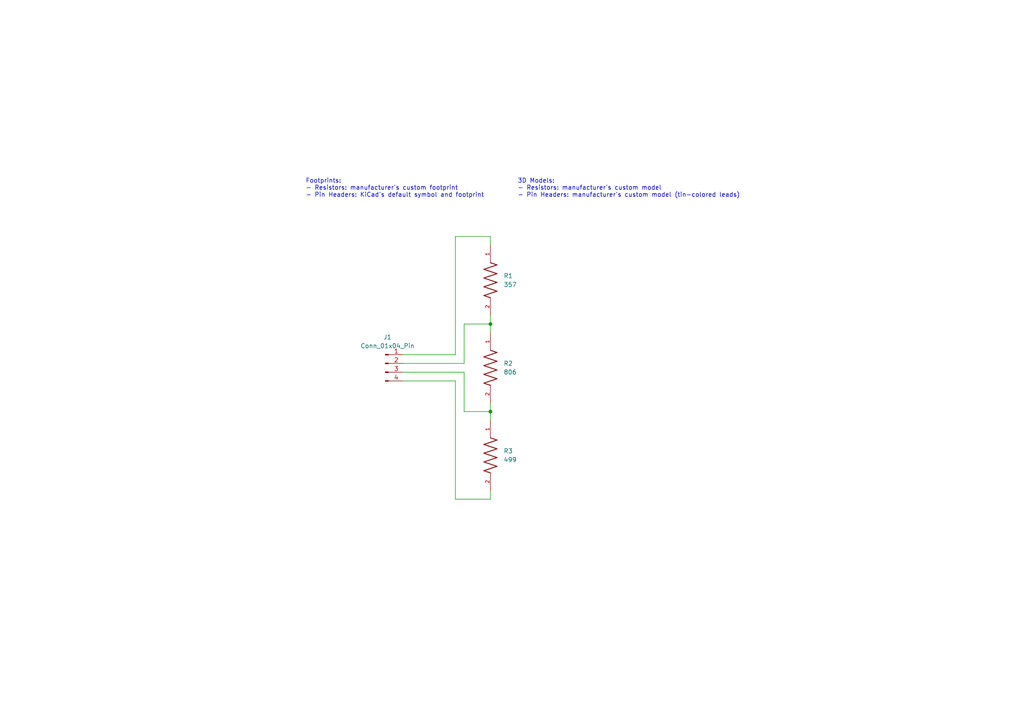
<source format=kicad_sch>
(kicad_sch (version 20250114) (generator "eeschema") (generator_version "9.0")
  (paper "A4")
  (lib_symbols
    (symbol "CRCW0603357RFKEA:CRCW0603357RFKEA" (pin_names (offset 1.016))
      (property "Reference" "R" (at -7.6244 2.5415 0))
      (property "Value" "CRCW0603357RFKEA" (at -7.63 -5.0866 0))
      (symbol "CRCW0603357RFKEA_0_0"
        (polyline (pts (xy -5.08 0) (xy -4.445 1.905)) (stroke (width 0.254)))
        (polyline (pts (xy -4.445 1.905) (xy -3.175 -1.905)) (stroke (width 0.254)))
        (polyline (pts (xy -3.175 -1.905) (xy -1.905 1.905)) (stroke (width 0.254)))
        (polyline (pts (xy -1.905 1.905) (xy -0.635 -1.905)) (stroke (width 0.254)))
        (polyline (pts (xy -0.635 -1.905) (xy 0.635 1.905)) (stroke (width 0.254)))
        (polyline (pts (xy 0.635 1.905) (xy 1.905 -1.905)) (stroke (width 0.254)))
        (polyline (pts (xy 1.905 -1.905) (xy 3.175 1.905)) (stroke (width 0.254)))
        (polyline (pts (xy 3.175 1.905) (xy 4.445 -1.905)) (stroke (width 0.254)))
        (polyline (pts (xy 4.445 -1.905) (xy 5.08 0)) (stroke (width 0.254)))
        (pin passive line (at -10.16 0 0) (length 5.08) (name "~") (number "1"))
        (pin passive line (at 10.16 0 180) (length 5.08) (name "~") (number "2"))
      )
    )
    (symbol "CRCW0603499RFKEA:CRCW0603499RFKEA" (pin_names (offset 1.016))
      (property "Reference" "R" (at -7.6244 2.5415 0))
      (property "Value" "CRCW0603499RFKEA" (at -7.63 -5.0866 0))
      (symbol "CRCW0603499RFKEA_0_0"
        (polyline (pts (xy -5.08 0) (xy -4.445 1.905)) (stroke (width 0.254)))
        (polyline (pts (xy -4.445 1.905) (xy -3.175 -1.905)) (stroke (width 0.254)))
        (polyline (pts (xy -3.175 -1.905) (xy -1.905 1.905)) (stroke (width 0.254)))
        (polyline (pts (xy -1.905 1.905) (xy -0.635 -1.905)) (stroke (width 0.254)))
        (polyline (pts (xy -0.635 -1.905) (xy 0.635 1.905)) (stroke (width 0.254)))
        (polyline (pts (xy 0.635 1.905) (xy 1.905 -1.905)) (stroke (width 0.254)))
        (polyline (pts (xy 1.905 -1.905) (xy 3.175 1.905)) (stroke (width 0.254)))
        (polyline (pts (xy 3.175 1.905) (xy 4.445 -1.905)) (stroke (width 0.254)))
        (polyline (pts (xy 4.445 -1.905) (xy 5.08 0)) (stroke (width 0.254)))
        (pin passive line (at -10.16 0 0) (length 5.08) (name "~") (number "1"))
        (pin passive line (at 10.16 0 180) (length 5.08) (name "~") (number "2"))
      )
    )
    (symbol "CRCW0603806RFKEA:CRCW0603806RFKEA" (pin_names (offset 1.016))
      (property "Reference" "R" (at -7.6244 2.5415 0))
      (property "Value" "CRCW0603806RFKEA" (at -7.63 -5.0866 0))
      (symbol "CRCW0603806RFKEA_0_0"
        (polyline (pts (xy -5.08 0) (xy -4.445 1.905)) (stroke (width 0.254)))
        (polyline (pts (xy -4.445 1.905) (xy -3.175 -1.905)) (stroke (width 0.254)))
        (polyline (pts (xy -3.175 -1.905) (xy -1.905 1.905)) (stroke (width 0.254)))
        (polyline (pts (xy -1.905 1.905) (xy -0.635 -1.905)) (stroke (width 0.254)))
        (polyline (pts (xy -0.635 -1.905) (xy 0.635 1.905)) (stroke (width 0.254)))
        (polyline (pts (xy 0.635 1.905) (xy 1.905 -1.905)) (stroke (width 0.254)))
        (polyline (pts (xy 1.905 -1.905) (xy 3.175 1.905)) (stroke (width 0.254)))
        (polyline (pts (xy 3.175 1.905) (xy 4.445 -1.905)) (stroke (width 0.254)))
        (polyline (pts (xy 4.445 -1.905) (xy 5.08 0)) (stroke (width 0.254)))
        (pin passive line (at -10.16 0 0) (length 5.08) (name "~") (number "1"))
        (pin passive line (at 10.16 0 180) (length 5.08) (name "~") (number "2"))
      )
    )
    (symbol "Connector:Conn_01x04_Pin" (pin_names (offset 1.016) (hide yes))
      (property "Reference" "J" (at 0 5.08 0))
      (property "Value" "Conn_01x04_Pin" (at 0 -7.62 0))
      (symbol "Conn_01x04_Pin_1_1"
        (rectangle (start 0.8636 2.667) (end 0 2.413) (stroke (width 0.1524)) (fill (type outline)))
        (rectangle (start 0.8636 0.127) (end 0 -0.127) (stroke (width 0.1524)) (fill (type outline)))
        (rectangle (start 0.8636 -2.413) (end 0 -2.667) (stroke (width 0.1524)) (fill (type outline)))
        (rectangle (start 0.8636 -4.953) (end 0 -5.207) (stroke (width 0.1524)) (fill (type outline)))
        (polyline (pts (xy 1.27 2.54) (xy 0.8636 2.54)) (stroke (width 0.1524)))
        (polyline (pts (xy 1.27 0) (xy 0.8636 0)) (stroke (width 0.1524)))
        (polyline (pts (xy 1.27 -2.54) (xy 0.8636 -2.54)) (stroke (width 0.1524)))
        (polyline (pts (xy 1.27 -5.08) (xy 0.8636 -5.08)) (stroke (width 0.1524)))
        (pin passive line (at 5.08 2.54 180) (length 3.81) (name "Pin_1") (number "1"))
        (pin passive line (at 5.08 0 180) (length 3.81) (name "Pin_2") (number "2"))
        (pin passive line (at 5.08 -2.54 180) (length 3.81) (name "Pin_3") (number "3"))
        (pin passive line (at 5.08 -5.08 180) (length 3.81) (name "Pin_4") (number "4"))
      )
    )
  )
  (text "Footprints:\n- Resistors: manufacturer's custom footprint\n- Pin Headers: KiCad's default symbol and footprint" (at 88.646 54.61 0) (effects (font (size 1.27 1.27)) (justify left)))
  (text "3D Models:\n- Resistors: manufacturer's custom model\n- Pin Headers: manufacturer's custom model (tin-colored leads)" (at 150.114 54.61 0) (effects (font (size 1.27 1.27)) (justify left)))
  (junction (at 142.24 119.38))
  (junction (at 142.24 93.98))
  (wire (pts (xy 132.08 68.58) (xy 132.08 102.87)))
  (wire (pts (xy 142.24 142.24) (xy 142.24 144.78)))
  (wire (pts (xy 134.62 119.38) (xy 134.62 107.95)))
  (wire (pts (xy 142.24 68.58) (xy 132.08 68.58)))
  (wire (pts (xy 142.24 144.78) (xy 132.08 144.78)))
  (wire (pts (xy 142.24 119.38) (xy 134.62 119.38)))
  (wire (pts (xy 116.84 107.95) (xy 134.62 107.95)))
  (wire (pts (xy 142.24 68.58) (xy 142.24 71.12)))
  (wire (pts (xy 142.24 116.84) (xy 142.24 119.38)))
  (wire (pts (xy 142.24 93.98) (xy 142.24 96.52)))
  (wire (pts (xy 132.08 110.49) (xy 132.08 144.78)))
  (wire (pts (xy 116.84 110.49) (xy 132.08 110.49)))
  (wire (pts (xy 116.84 102.87) (xy 132.08 102.87)))
  (wire (pts (xy 142.24 91.44) (xy 142.24 93.98)))
  (wire (pts (xy 142.24 93.98) (xy 134.62 93.98)))
  (wire (pts (xy 116.84 105.41) (xy 134.62 105.41)))
  (wire (pts (xy 134.62 93.98) (xy 134.62 105.41)))
  (wire (pts (xy 142.24 119.38) (xy 142.24 121.92)))
  (symbol (lib_id "Connector:Conn_01x04_Pin") (at 111.76 105.41 0) (unit 1)
    (property "Reference" "J1" (at 112.395 97.79 0))
    (property "Value" "Conn_01x04_Pin" (at 112.395 100.33 0))
    (property "Footprint" "Connector_PinHeader_2.54mm:PinHeader_1x04_P2.54mm_Vertical" (effects (hide yes)))
    (property "Datasheet" "https://www.mouser.com/datasheet/2/181/M20-999-1218971.pdf" (effects (hide yes)))
    (property "Description" "Generic connector, single row, 01x04, script generated" (effects (hide yes)))
    (property "Price" "$0.15" (effects (hide yes)))
    (property "Purchase_Link" "https://www.mouser.com/ProductDetail/Harwin/M20-9990446?qs=ulE8k0yEMYaW%252BOM7jiG6%252Bw%3D%3D" (effects (hide yes)))
  )
  (symbol (lib_id "CRCW0603499RFKEA:CRCW0603499RFKEA") (at 142.24 132.08 270) (unit 1)
    (property "Reference" "R3" (at 146.05 130.8099 90) (effects (justify left)))
    (property "Value" "499" (at 146.05 133.3499 90) (effects (justify left)))
    (property "Footprint" "CRCW0603499RFKEA:RESC1508X50N" (effects (hide yes)))
    (property "Datasheet" "https://www.vishay.com/docs/20035/dcrcwe3.pdf" (effects (hide yes)))
    (property "MF" "Vishay" (effects (hide yes)))
    (property "Description_1" "Resistor, Thick Film, 499 Ohms, 0.1 W, 1%, SMT, TCR 37 ppm/DegC, Tape and Reel | Vishay Dale CRCW0603499RFKEA" (effects (hide yes)))
    (property "Package" "1508 Vishay" (effects (hide yes)))
    (property "Price" "$0.10" (effects (hide yes)))
    (property "SnapEDA_Link" "https://www.snapeda.com/parts/CRCW0603499RFKEA/Vishay/view-part/?ref=snap" (effects (hide yes)))
    (property "MP" "CRCW0603499RFKEA" (effects (hide yes)))
    (property "Availability" "In Stock" (effects (hide yes)))
    (property "Check_prices" "https://www.snapeda.com/parts/CRCW0603499RFKEA/Vishay/view-part/?ref=eda" (effects (hide yes)))
    (property "Purchase_Link" "https://www.mouser.com/ProductDetail/Vishay-Dale/CRCW0603499RFKEA?qs=2rshWTB%2FmZwofo5Byx1Zxw%3D%3D" (effects (hide yes)))
  )
  (symbol (lib_id "CRCW0603806RFKEA:CRCW0603806RFKEA") (at 142.24 106.68 270) (unit 1)
    (property "Reference" "R2" (at 146.05 105.4099 90) (effects (justify left)))
    (property "Value" "806" (at 146.05 107.9499 90) (effects (justify left)))
    (property "Footprint" "CRCW0603806RFKEA:RESC1508X50N" (effects (hide yes)))
    (property "Datasheet" "https://www.vishay.com/docs/20035/dcrcwe3.pdf" (effects (hide yes)))
    (property "MF" "Vishay" (effects (hide yes)))
    (property "Description_1" "Resistor;Thick Film;806 Ohms;0.1 W;1%;SMT;0603;TCR 37 ppm/DegC;Tape and Reel | Vishay Dale CRCW0603806RFKEA" (effects (hide yes)))
    (property "Package" "1508 Vishay" (effects (hide yes)))
    (property "Price" "$0.10" (effects (hide yes)))
    (property "SnapEDA_Link" "https://www.snapeda.com/parts/CRCW0603806RFKEA/Vishay/view-part/?ref=snap" (effects (hide yes)))
    (property "MP" "CRCW0603806RFKEA" (effects (hide yes)))
    (property "Availability" "In Stock" (effects (hide yes)))
    (property "Check_prices" "https://www.snapeda.com/parts/CRCW0603806RFKEA/Vishay/view-part/?ref=eda" (effects (hide yes)))
    (property "Purchase_Link" "https://www.mouser.com/ProductDetail/Vishay-Dale/CRCW0603806RFKEA?qs=muAHfP4b4FJaY3AavhdB%252Bg%3D%3D" (effects (hide yes)))
  )
  (symbol (lib_id "CRCW0603357RFKEA:CRCW0603357RFKEA") (at 142.24 81.28 270) (unit 1)
    (property "Reference" "R1" (at 146.05 80.0099 90) (effects (justify left)))
    (property "Value" "357" (at 146.05 82.5499 90) (effects (justify left)))
    (property "Footprint" "CRCW0603357RFKEA:RESC1508X50N" (effects (hide yes)))
    (property "Datasheet" "https://www.vishay.com/docs/20035/dcrcwe3.pdf" (effects (hide yes)))
    (property "MF" "Vishay" (effects (hide yes)))
    (property "Description_1" "Resistor;Thick Film;357 Ohms;0.1 W;1%;SMT;0603;TCR 37 ppm/DegC;Tape and Reel | Vishay Dale CRCW0603357RFKEA" (effects (hide yes)))
    (property "Package" "1508 Vishay" (effects (hide yes)))
    (property "Price" "$0.10" (effects (hide yes)))
    (property "SnapEDA_Link" "https://www.snapeda.com/parts/CRCW0603357RFKEA/Vishay/view-part/?ref=snap" (effects (hide yes)))
    (property "MP" "CRCW0603357RFKEA" (effects (hide yes)))
    (property "Availability" "In Stock" (effects (hide yes)))
    (property "Check_prices" "https://www.snapeda.com/parts/CRCW0603357RFKEA/Vishay/view-part/?ref=eda" (effects (hide yes)))
    (property "Purchase_Link" "https://www.mouser.com/ProductDetail/Vishay-Dale/CRCW0603357RFKEA?qs=WYhlUnBk1VGEs5OU2dKNYA%3D%3D" (effects (hide yes)))
  )
)
</source>
